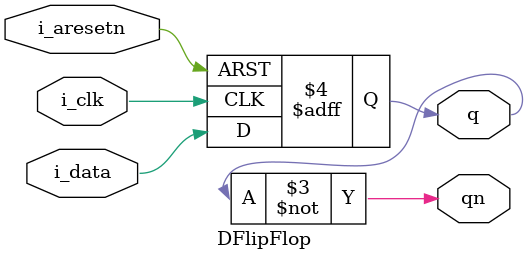
<source format=v>



module DFlipFlop (

	input wire 	i_clk			,
	input wire 	i_aresetn	,
	input wire 	i_data		,
	output reg 	q				,
	output wire	qn
);
	
	//	The flip flop depends on the rising edge of the clock
	// aresetn is asynchronous with the clock signal
	
	// we use non blocking operator for sequential logic
	
	always @(posedge i_clk or negedge i_aresetn) begin
		
		if(!i_aresetn)
			q<=1'b0;
		else
			q<=i_data;
		
	end

	assign qn=~q;






endmodule
</source>
